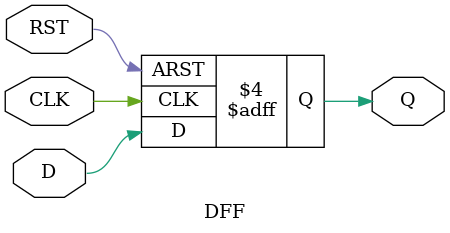
<source format=v>
`timescale 1ns / 1ps

// ==============================================================================
// 										  Define Module
// ==============================================================================
module DFF(
		D,
		CLK,
		RST,
		Q
);
   
// ===========================================================================
// 										Port Declarations
// ===========================================================================
   input  D;
   input  CLK;
   input  RST;
   output  Q;

// ===========================================================================
// 							  Parameters, Regsiters, and Wires
// ===========================================================================
	reg Q = 0;

// ===========================================================================
// 										Implementation
// ===========================================================================

   //  On CLK read incoming data and store it
   always @(posedge CLK or posedge RST) begin
      
      if (RST == 1'b1) begin
         Q <= 1'b0;
		end
      else begin
         Q <= D;
		end
		
	end
   
endmodule

</source>
